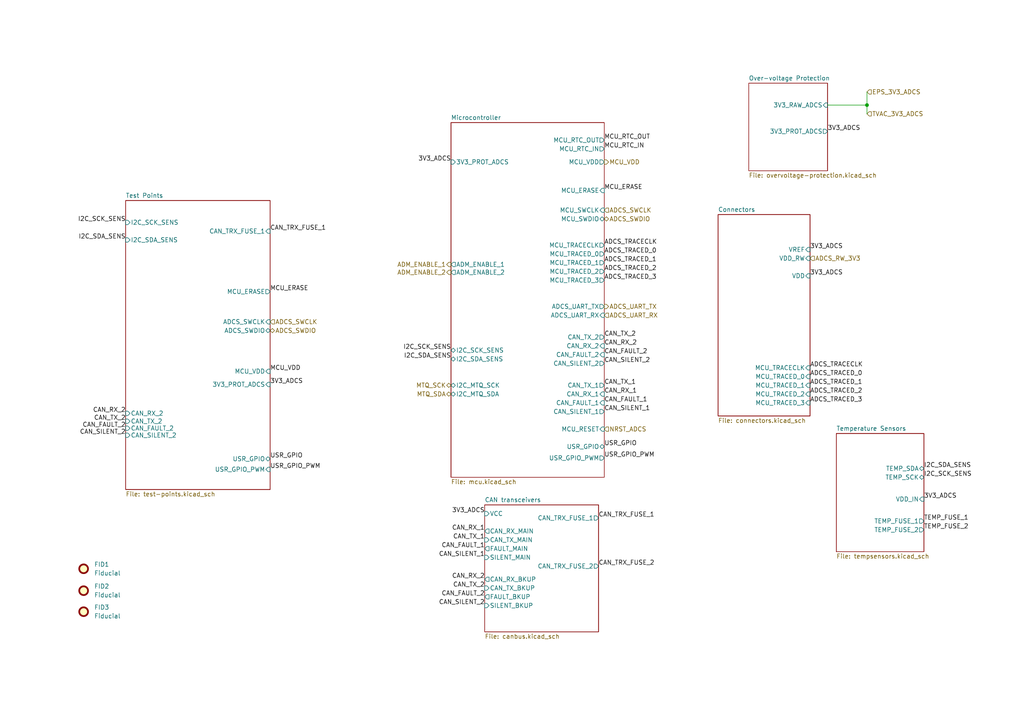
<source format=kicad_sch>
(kicad_sch (version 20211123) (generator eeschema)
  (paper "A4")
  (lib_symbols
    (symbol "Mechanical:Fiducial"
      (property "Reference" "FID" (at 0 5.08 0))
      (property "Value" "Fiducial" (at 0 3.175 0))
      (symbol "Fiducial_0_1"
        (circle (center 0 0) (radius 1.27) (stroke (width 0.508)) (fill (type background)))
      )
    )
  )
  (junction (at 251.46 30.48))
  (wire (pts (xy 251.46 26.67) (xy 251.46 30.48)))
  (wire (pts (xy 251.46 30.48) (xy 251.46 33.02)))
  (wire (pts (xy 240.03 30.48) (xy 251.46 30.48)))
  (label "MCU_RTC_OUT" (at 175.26 40.64 0))
  (label "ADCS_TRACED_0" (at 175.26 73.66 0))
  (label "CAN_FAULT_1" (at 140.589 159.131 180))
  (label "ADCS_TRACECLK" (at 234.95 106.68 0))
  (label "CAN_RX_2" (at 36.449 119.888 180))
  (label "USR_GPIO" (at 175.26 129.54 0))
  (label "I2C_SDA_SENS" (at 36.449 69.596 180))
  (label "CAN_SILENT_1" (at 175.26 119.38 0))
  (label "CAN_FAULT_2" (at 175.26 102.87 0))
  (label "CAN_SILENT_1" (at 140.589 161.671 180))
  (label "3V3_ADCS" (at 234.95 80.01 0))
  (label "CAN_TX_2" (at 140.589 170.561 180))
  (label "CAN_TRX_FUSE_1" (at 173.609 150.241 0))
  (label "CAN_RX_2" (at 175.26 100.33 0))
  (label "CAN_FAULT_1" (at 175.26 116.84 0))
  (label "ADCS_TRACED_1" (at 234.95 111.76 0))
  (label "USR_GPIO_PWM" (at 78.359 136.144 0))
  (label "ADCS_TRACED_1" (at 175.26 76.2 0))
  (label "ADCS_TRACED_3" (at 175.26 81.28 0))
  (label "CAN_TX_1" (at 175.26 111.76 0))
  (label "CAN_FAULT_2" (at 140.589 173.101 180))
  (label "CAN_RX_1" (at 140.589 154.051 180))
  (label "I2C_SCK_SENS" (at 130.81 101.6 180))
  (label "3V3_ADCS" (at 140.589 148.971 180))
  (label "USR_GPIO" (at 78.359 133.096 0))
  (label "CAN_SILENT_2" (at 175.26 105.41 0))
  (label "ADCS_TRACED_2" (at 175.26 78.74 0))
  (label "CAN_TX_1" (at 140.589 156.591 180))
  (label "CAN_TX_2" (at 175.26 97.79 0))
  (label "CAN_SILENT_2" (at 36.449 126.238 180))
  (label "CAN_TRX_FUSE_1" (at 78.359 67.056 0))
  (label "CAN_RX_2" (at 140.589 168.021 180))
  (label "3V3_ADCS" (at 240.03 38.1 0))
  (label "TEMP_FUSE_2" (at 267.97 153.67 0))
  (label "3V3_ADCS" (at 130.81 46.99 180))
  (label "3V3_ADCS" (at 234.95 72.39 0))
  (label "CAN_FAULT_2" (at 36.449 124.206 180))
  (label "CAN_RX_1" (at 175.26 114.3 0))
  (label "MCU_VDD" (at 78.359 107.696 0))
  (label "I2C_SDA_SENS" (at 267.97 135.89 0))
  (label "I2C_SCK_SENS" (at 36.449 64.516 180))
  (label "I2C_SCK_SENS" (at 267.97 138.43 0))
  (label "MCU_RTC_IN" (at 175.26 43.18 0))
  (label "3V3_ADCS" (at 78.359 111.506 0))
  (label "CAN_TX_2" (at 36.449 122.174 180))
  (label "CAN_SILENT_2" (at 140.589 175.641 180))
  (label "USR_GPIO_PWM" (at 175.26 132.842 0))
  (label "ADCS_TRACED_0" (at 234.95 109.22 0))
  (label "I2C_SDA_SENS" (at 130.81 104.14 180))
  (label "3V3_ADCS" (at 267.97 144.78 0))
  (label "ADCS_TRACED_2" (at 234.95 114.3 0))
  (label "MCU_ERASE" (at 78.359 84.582 0))
  (label "TEMP_FUSE_1" (at 267.97 151.13 0))
  (label "ADCS_TRACED_3" (at 234.95 116.84 0))
  (label "CAN_TRX_FUSE_2" (at 173.609 164.211 0))
  (label "MCU_ERASE" (at 175.26 55.245 0))
  (label "ADCS_TRACECLK" (at 175.26 71.12 0))
  (hierarchical_label "MTQ_SDA" (shape bidirectional) (at 130.81 114.3 180))
  (hierarchical_label "ADM_ENABLE_1" (shape output) (at 130.81 76.708 180))
  (hierarchical_label "ADCS_SWDIO" (shape bidirectional) (at 175.26 63.5 0))
  (hierarchical_label "ADCS_SWDIO" (shape bidirectional) (at 78.359 95.885 0))
  (hierarchical_label "MTQ_SCK" (shape bidirectional) (at 130.81 111.76 180))
  (hierarchical_label "TVAC_3V3_ADCS" (shape input) (at 251.46 33.02 0))
  (hierarchical_label "ADCS_UART_TX" (shape output) (at 175.26 88.9 0))
  (hierarchical_label "ADCS_RW_3V3" (shape input) (at 234.95 74.93 0))
  (hierarchical_label "ADM_ENABLE_2" (shape output) (at 130.81 78.994 180))
  (hierarchical_label "NRST_ADCS" (shape input) (at 175.26 124.46 0))
  (hierarchical_label "ADCS_UART_RX" (shape input) (at 175.26 91.44 0))
  (hierarchical_label "EPS_3V3_ADCS" (shape input) (at 251.46 26.67 0))
  (hierarchical_label "MCU_VDD" (shape output) (at 175.26 46.99 0))
  (hierarchical_label "ADCS_SWCLK" (shape input) (at 78.359 93.345 0))
  (hierarchical_label "ADCS_SWCLK" (shape input) (at 175.26 60.96 0))
  (symbol (lib_id "Mechanical:Fiducial") (at 24.257 164.973 0) (unit 1)
    (property "Reference" "FID1" (at 27.305 163.7029 0) (effects (justify left)))
    (property "Value" "Fiducial" (at 27.305 166.2429 0) (effects (justify left)))
    (property "Footprint" "Fiducial:Fiducial_0.5mm_Mask1mm" (effects hide))
  )
  (symbol (lib_id "Mechanical:Fiducial") (at 24.257 171.323 0) (unit 1)
    (property "Reference" "FID2" (at 27.305 170.0529 0) (effects (justify left)))
    (property "Value" "Fiducial" (at 27.305 172.5929 0) (effects (justify left)))
    (property "Footprint" "Fiducial:Fiducial_0.5mm_Mask1mm" (effects hide))
  )
  (symbol (lib_id "Mechanical:Fiducial") (at 24.257 177.419 0) (unit 1)
    (property "Reference" "FID3" (at 27.305 176.1489 0) (effects (justify left)))
    (property "Value" "Fiducial" (at 27.305 178.6889 0) (effects (justify left)))
    (property "Footprint" "Fiducial:Fiducial_0.5mm_Mask1mm" (effects hide))
  )
  (sheet (at 217.17 24.13) (size 22.86 25.4) (stroke (width 0.1524))
    (property "Sheet name" "Over-voltage Protection" (at 217.17 23.4184 0) (effects (justify left bottom)))
    (property "Sheet file" "overvoltage-protection.kicad_sch" (at 217.17 50.1146 0) (effects (justify left top)))
    (pin "3V3_RAW_ADCS" input (at 240.03 30.48 0))
    (pin "3V3_PROT_ADCS" output (at 240.03 38.1 0))
  )
  (sheet (at 208.28 62.23) (size 26.67 58.42) (stroke (width 0.1524))
    (property "Sheet name" "Connectors" (at 208.28 61.5184 0) (effects (justify left bottom)))
    (property "Sheet file" "connectors.kicad_sch" (at 208.28 121.2346 0) (effects (justify left top)))
    (pin "VREF" input (at 234.95 72.39 0))
    (pin "VDD" input (at 234.95 80.01 0))
    (pin "VDD_RW" input (at 234.95 74.93 0))
    (pin "MCU_TRACED_0" input (at 234.95 109.22 0))
    (pin "MCU_TRACECLK" input (at 234.95 106.68 0))
    (pin "MCU_TRACED_1" input (at 234.95 111.76 0))
    (pin "MCU_TRACED_3" input (at 234.95 116.84 0))
    (pin "MCU_TRACED_2" input (at 234.95 114.3 0))
  )
  (sheet (at 36.449 58.166) (size 41.91 83.82) (stroke (width 0.1524))
    (property "Sheet name" "Test Points" (at 36.449 57.4544 0) (effects (justify left bottom)))
    (property "Sheet file" "test-points.kicad_sch" (at 36.449 142.5706 0) (effects (justify left top)))
    (pin "MCU_VDD" input (at 78.359 107.696 0))
    (pin "I2C_SDA_SENS" input (at 36.449 69.596 180))
    (pin "I2C_SCK_SENS" input (at 36.449 64.516 180))
    (pin "CAN_TRX_FUSE_1" input (at 78.359 67.056 0))
    (pin "USR_GPIO" bidirectional (at 78.359 133.096 0))
    (pin "3V3_PROT_ADCS" input (at 78.359 111.506 0))
    (pin "USR_GPIO_PWM" input (at 78.359 136.144 0))
    (pin "CAN_RX_2" input (at 36.449 119.888 180))
    (pin "CAN_FAULT_2" input (at 36.449 124.206 180))
    (pin "CAN_TX_2" input (at 36.449 122.174 180))
    (pin "CAN_SILENT_2" input (at 36.449 126.238 180))
    (pin "ADCS_SWCLK" input (at 78.359 93.345 0))
    (pin "ADCS_SWDIO" bidirectional (at 78.359 95.885 0))
    (pin "MCU_ERASE" output (at 78.359 84.582 0))
  )
  (sheet (at 140.589 146.431) (size 33.02 36.83) (stroke (width 0.1524))
    (property "Sheet name" "CAN transceivers" (at 140.589 145.7194 0) (effects (justify left bottom)))
    (property "Sheet file" "canbus.kicad_sch" (at 140.589 183.8456 0) (effects (justify left top)))
    (pin "FAULT_BKUP" output (at 140.589 173.101 180))
    (pin "SILENT_BKUP" input (at 140.589 175.641 180))
    (pin "VCC" input (at 140.589 148.971 180))
    (pin "FAULT_MAIN" output (at 140.589 159.131 180))
    (pin "SILENT_MAIN" input (at 140.589 161.671 180))
    (pin "CAN_TX_MAIN" input (at 140.589 156.591 180))
    (pin "CAN_RX_MAIN" output (at 140.589 154.051 180))
    (pin "CAN_TX_BKUP" input (at 140.589 170.561 180))
    (pin "CAN_RX_BKUP" output (at 140.589 168.021 180))
    (pin "CAN_TRX_FUSE_1" output (at 173.609 150.241 0))
    (pin "CAN_TRX_FUSE_2" output (at 173.609 164.211 0))
  )
  (sheet (at 130.81 35.56) (size 44.45 102.87) (stroke (width 0.1524))
    (property "Sheet name" "Microcontroller" (at 130.81 34.8484 0) (effects (justify left bottom)))
    (property "Sheet file" "mcu.kicad_sch" (at 130.81 139.0146 0) (effects (justify left top)))
    (pin "MCU_SWDIO" bidirectional (at 175.26 63.5 0))
    (pin "3V3_PROT_ADCS" input (at 130.81 46.99 180))
    (pin "I2C_MTQ_SCK" bidirectional (at 130.81 111.76 180))
    (pin "I2C_MTQ_SDA" bidirectional (at 130.81 114.3 180))
    (pin "CAN_TX_2" output (at 175.26 97.79 0))
    (pin "ADCS_UART_RX" input (at 175.26 91.44 0))
    (pin "CAN_FAULT_1" input (at 175.26 116.84 0))
    (pin "I2C_SDA_SENS" bidirectional (at 130.81 104.14 180))
    (pin "CAN_FAULT_2" input (at 175.26 102.87 0))
    (pin "CAN_SILENT_2" output (at 175.26 105.41 0))
    (pin "CAN_RX_1" input (at 175.26 114.3 0))
    (pin "CAN_TX_1" output (at 175.26 111.76 0))
    (pin "ADCS_UART_TX" output (at 175.26 88.9 0))
    (pin "CAN_RX_2" input (at 175.26 100.33 0))
    (pin "MCU_TRACECLK" output (at 175.26 71.12 0))
    (pin "CAN_SILENT_1" output (at 175.26 119.38 0))
    (pin "MCU_TRACED_0" output (at 175.26 73.66 0))
    (pin "MCU_TRACED_1" output (at 175.26 76.2 0))
    (pin "MCU_TRACED_3" output (at 175.26 81.28 0))
    (pin "MCU_TRACED_2" output (at 175.26 78.74 0))
    (pin "MCU_SWCLK" input (at 175.26 60.96 0))
    (pin "I2C_SCK_SENS" bidirectional (at 130.81 101.6 180))
    (pin "MCU_VDD" output (at 175.26 46.99 0))
    (pin "MCU_RTC_OUT" output (at 175.26 40.64 0))
    (pin "MCU_RTC_IN" output (at 175.26 43.18 0))
    (pin "MCU_RESET" input (at 175.26 124.46 0))
    (pin "USR_GPIO_PWM" output (at 175.26 132.842 0))
    (pin "USR_GPIO" bidirectional (at 175.26 129.54 0))
    (pin "ADM_ENABLE_2" output (at 130.81 78.994 180))
    (pin "ADM_ENABLE_1" output (at 130.81 76.708 180))
    (pin "MCU_ERASE" input (at 175.26 55.245 0))
  )
  (sheet (at 242.57 125.73) (size 25.4 34.29) (stroke (width 0.1524))
    (property "Sheet name" "Temperature Sensors" (at 242.57 125.0184 0) (effects (justify left bottom)))
    (property "Sheet file" "tempsensors.kicad_sch" (at 242.57 160.6046 0) (effects (justify left top)))
    (pin "VDD_IN" input (at 267.97 144.78 0))
    (pin "TEMP_SDA" bidirectional (at 267.97 135.89 0))
    (pin "TEMP_SCK" bidirectional (at 267.97 138.43 0))
    (pin "TEMP_FUSE_2" output (at 267.97 153.67 0))
    (pin "TEMP_FUSE_1" output (at 267.97 151.13 0))
  )
)
</source>
